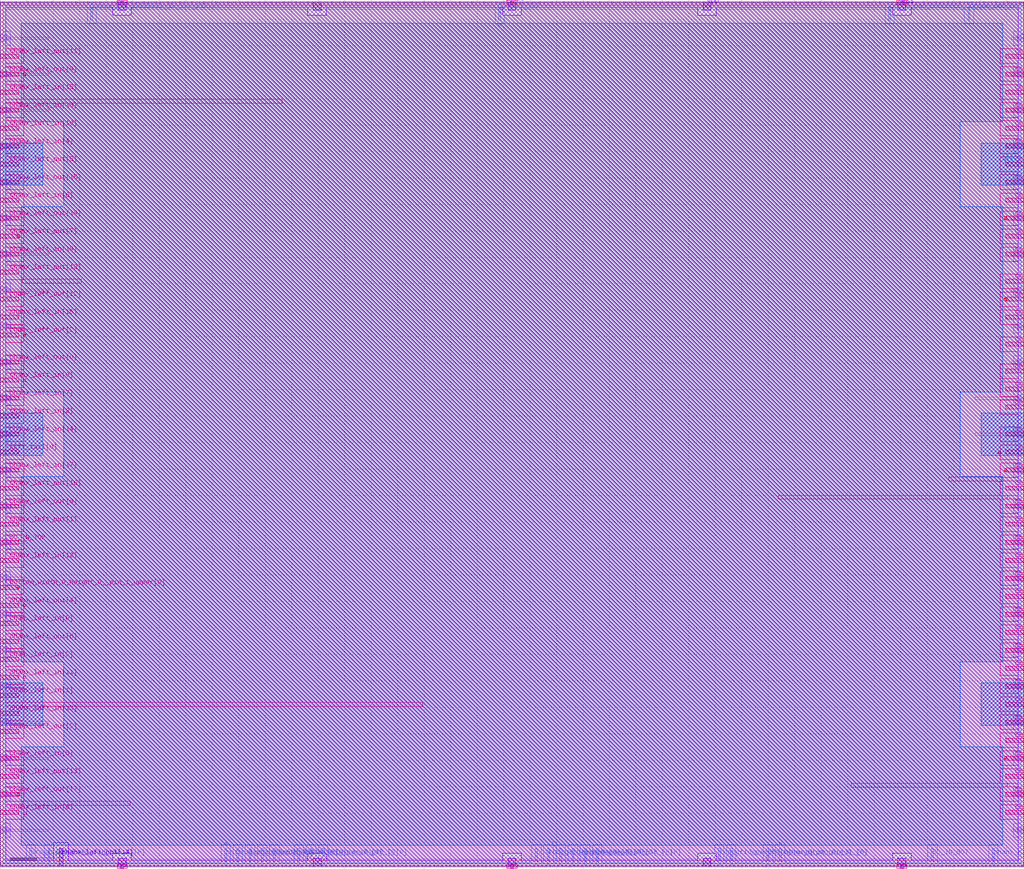
<source format=lef>
VERSION 5.7 ;
BUSBITCHARS "[]" ;

UNITS
  DATABASE MICRONS 1000 ;
END UNITS

MANUFACTURINGGRID 0.005 ;

LAYER li1
  TYPE ROUTING ;
  DIRECTION VERTICAL ;
  PITCH 0.46 ;
  WIDTH 0.17 ;
END li1

LAYER mcon
  TYPE CUT ;
END mcon

LAYER met1
  TYPE ROUTING ;
  DIRECTION HORIZONTAL ;
  PITCH 0.34 ;
  WIDTH 0.14 ;
END met1

LAYER via
  TYPE CUT ;
END via

LAYER met2
  TYPE ROUTING ;
  DIRECTION VERTICAL ;
  PITCH 0.46 ;
  WIDTH 0.14 ;
END met2

LAYER via2
  TYPE CUT ;
END via2

LAYER met3
  TYPE ROUTING ;
  DIRECTION HORIZONTAL ;
  PITCH 0.68 ;
  WIDTH 0.3 ;
END met3

LAYER via3
  TYPE CUT ;
END via3

LAYER met4
  TYPE ROUTING ;
  DIRECTION VERTICAL ;
  PITCH 0.92 ;
  WIDTH 0.3 ;
END met4

LAYER via4
  TYPE CUT ;
END via4

LAYER met5
  TYPE ROUTING ;
  DIRECTION HORIZONTAL ;
  PITCH 3.4 ;
  WIDTH 1.6 ;
END met5

LAYER nwell
  TYPE MASTERSLICE ;
END nwell

LAYER pwell
  TYPE MASTERSLICE ;
END pwell

LAYER OVERLAP
  TYPE OVERLAP ;
END OVERLAP

VIA L1M1_PR
  LAYER li1 ;
    RECT -0.085 -0.085 0.085 0.085 ;
  LAYER mcon ;
    RECT -0.085 -0.085 0.085 0.085 ;
  LAYER met1 ;
    RECT -0.145 -0.115 0.145 0.115 ;
END L1M1_PR

VIA L1M1_PR_R
  LAYER li1 ;
    RECT -0.085 -0.085 0.085 0.085 ;
  LAYER mcon ;
    RECT -0.085 -0.085 0.085 0.085 ;
  LAYER met1 ;
    RECT -0.115 -0.145 0.115 0.145 ;
END L1M1_PR_R

VIA L1M1_PR_M
  LAYER li1 ;
    RECT -0.085 -0.085 0.085 0.085 ;
  LAYER mcon ;
    RECT -0.085 -0.085 0.085 0.085 ;
  LAYER met1 ;
    RECT -0.115 -0.145 0.115 0.145 ;
END L1M1_PR_M

VIA L1M1_PR_MR
  LAYER li1 ;
    RECT -0.085 -0.085 0.085 0.085 ;
  LAYER mcon ;
    RECT -0.085 -0.085 0.085 0.085 ;
  LAYER met1 ;
    RECT -0.145 -0.115 0.145 0.115 ;
END L1M1_PR_MR

VIA L1M1_PR_C
  LAYER li1 ;
    RECT -0.085 -0.085 0.085 0.085 ;
  LAYER mcon ;
    RECT -0.085 -0.085 0.085 0.085 ;
  LAYER met1 ;
    RECT -0.145 -0.145 0.145 0.145 ;
END L1M1_PR_C

VIA M1M2_PR
  LAYER met1 ;
    RECT -0.16 -0.13 0.16 0.13 ;
  LAYER via ;
    RECT -0.075 -0.075 0.075 0.075 ;
  LAYER met2 ;
    RECT -0.13 -0.16 0.13 0.16 ;
END M1M2_PR

VIA M1M2_PR_Enc
  LAYER met1 ;
    RECT -0.16 -0.13 0.16 0.13 ;
  LAYER via ;
    RECT -0.075 -0.075 0.075 0.075 ;
  LAYER met2 ;
    RECT -0.16 -0.13 0.16 0.13 ;
END M1M2_PR_Enc

VIA M1M2_PR_R
  LAYER met1 ;
    RECT -0.13 -0.16 0.13 0.16 ;
  LAYER via ;
    RECT -0.075 -0.075 0.075 0.075 ;
  LAYER met2 ;
    RECT -0.16 -0.13 0.16 0.13 ;
END M1M2_PR_R

VIA M1M2_PR_R_Enc
  LAYER met1 ;
    RECT -0.13 -0.16 0.13 0.16 ;
  LAYER via ;
    RECT -0.075 -0.075 0.075 0.075 ;
  LAYER met2 ;
    RECT -0.13 -0.16 0.13 0.16 ;
END M1M2_PR_R_Enc

VIA M1M2_PR_M
  LAYER met1 ;
    RECT -0.16 -0.13 0.16 0.13 ;
  LAYER via ;
    RECT -0.075 -0.075 0.075 0.075 ;
  LAYER met2 ;
    RECT -0.16 -0.13 0.16 0.13 ;
END M1M2_PR_M

VIA M1M2_PR_M_Enc
  LAYER met1 ;
    RECT -0.16 -0.13 0.16 0.13 ;
  LAYER via ;
    RECT -0.075 -0.075 0.075 0.075 ;
  LAYER met2 ;
    RECT -0.13 -0.16 0.13 0.16 ;
END M1M2_PR_M_Enc

VIA M1M2_PR_MR
  LAYER met1 ;
    RECT -0.13 -0.16 0.13 0.16 ;
  LAYER via ;
    RECT -0.075 -0.075 0.075 0.075 ;
  LAYER met2 ;
    RECT -0.13 -0.16 0.13 0.16 ;
END M1M2_PR_MR

VIA M1M2_PR_MR_Enc
  LAYER met1 ;
    RECT -0.13 -0.16 0.13 0.16 ;
  LAYER via ;
    RECT -0.075 -0.075 0.075 0.075 ;
  LAYER met2 ;
    RECT -0.16 -0.13 0.16 0.13 ;
END M1M2_PR_MR_Enc

VIA M1M2_PR_C
  LAYER met1 ;
    RECT -0.16 -0.16 0.16 0.16 ;
  LAYER via ;
    RECT -0.075 -0.075 0.075 0.075 ;
  LAYER met2 ;
    RECT -0.16 -0.16 0.16 0.16 ;
END M1M2_PR_C

VIA M2M3_PR
  LAYER met2 ;
    RECT -0.14 -0.185 0.14 0.185 ;
  LAYER via2 ;
    RECT -0.1 -0.1 0.1 0.1 ;
  LAYER met3 ;
    RECT -0.165 -0.165 0.165 0.165 ;
END M2M3_PR

VIA M2M3_PR_R
  LAYER met2 ;
    RECT -0.185 -0.14 0.185 0.14 ;
  LAYER via2 ;
    RECT -0.1 -0.1 0.1 0.1 ;
  LAYER met3 ;
    RECT -0.165 -0.165 0.165 0.165 ;
END M2M3_PR_R

VIA M2M3_PR_M
  LAYER met2 ;
    RECT -0.14 -0.185 0.14 0.185 ;
  LAYER via2 ;
    RECT -0.1 -0.1 0.1 0.1 ;
  LAYER met3 ;
    RECT -0.165 -0.165 0.165 0.165 ;
END M2M3_PR_M

VIA M2M3_PR_MR
  LAYER met2 ;
    RECT -0.185 -0.14 0.185 0.14 ;
  LAYER via2 ;
    RECT -0.1 -0.1 0.1 0.1 ;
  LAYER met3 ;
    RECT -0.165 -0.165 0.165 0.165 ;
END M2M3_PR_MR

VIA M2M3_PR_C
  LAYER met2 ;
    RECT -0.185 -0.185 0.185 0.185 ;
  LAYER via2 ;
    RECT -0.1 -0.1 0.1 0.1 ;
  LAYER met3 ;
    RECT -0.165 -0.165 0.165 0.165 ;
END M2M3_PR_C

VIA M3M4_PR
  LAYER met3 ;
    RECT -0.19 -0.16 0.19 0.16 ;
  LAYER via3 ;
    RECT -0.1 -0.1 0.1 0.1 ;
  LAYER met4 ;
    RECT -0.165 -0.165 0.165 0.165 ;
END M3M4_PR

VIA M3M4_PR_R
  LAYER met3 ;
    RECT -0.16 -0.19 0.16 0.19 ;
  LAYER via3 ;
    RECT -0.1 -0.1 0.1 0.1 ;
  LAYER met4 ;
    RECT -0.165 -0.165 0.165 0.165 ;
END M3M4_PR_R

VIA M3M4_PR_M
  LAYER met3 ;
    RECT -0.19 -0.16 0.19 0.16 ;
  LAYER via3 ;
    RECT -0.1 -0.1 0.1 0.1 ;
  LAYER met4 ;
    RECT -0.165 -0.165 0.165 0.165 ;
END M3M4_PR_M

VIA M3M4_PR_MR
  LAYER met3 ;
    RECT -0.16 -0.19 0.16 0.19 ;
  LAYER via3 ;
    RECT -0.1 -0.1 0.1 0.1 ;
  LAYER met4 ;
    RECT -0.165 -0.165 0.165 0.165 ;
END M3M4_PR_MR

VIA M3M4_PR_C
  LAYER met3 ;
    RECT -0.19 -0.19 0.19 0.19 ;
  LAYER via3 ;
    RECT -0.1 -0.1 0.1 0.1 ;
  LAYER met4 ;
    RECT -0.165 -0.165 0.165 0.165 ;
END M3M4_PR_C

VIA M4M5_PR
  LAYER met4 ;
    RECT -0.59 -0.59 0.59 0.59 ;
  LAYER via4 ;
    RECT -0.4 -0.4 0.4 0.4 ;
  LAYER met5 ;
    RECT -0.71 -0.71 0.71 0.71 ;
END M4M5_PR

VIA M4M5_PR_R
  LAYER met4 ;
    RECT -0.59 -0.59 0.59 0.59 ;
  LAYER via4 ;
    RECT -0.4 -0.4 0.4 0.4 ;
  LAYER met5 ;
    RECT -0.71 -0.71 0.71 0.71 ;
END M4M5_PR_R

VIA M4M5_PR_M
  LAYER met4 ;
    RECT -0.59 -0.59 0.59 0.59 ;
  LAYER via4 ;
    RECT -0.4 -0.4 0.4 0.4 ;
  LAYER met5 ;
    RECT -0.71 -0.71 0.71 0.71 ;
END M4M5_PR_M

VIA M4M5_PR_MR
  LAYER met4 ;
    RECT -0.59 -0.59 0.59 0.59 ;
  LAYER via4 ;
    RECT -0.4 -0.4 0.4 0.4 ;
  LAYER met5 ;
    RECT -0.71 -0.71 0.71 0.71 ;
END M4M5_PR_MR

VIA M4M5_PR_C
  LAYER met4 ;
    RECT -0.59 -0.59 0.59 0.59 ;
  LAYER via4 ;
    RECT -0.4 -0.4 0.4 0.4 ;
  LAYER met5 ;
    RECT -0.71 -0.71 0.71 0.71 ;
END M4M5_PR_C

SITE unit
  CLASS CORE ;
  SYMMETRY Y ;
  SIZE 0.46 BY 2.72 ;
END unit

SITE unithddbl
  CLASS CORE ;
  SIZE 0.46 BY 5.44 ;
END unithddbl

MACRO cbx_1__2_
  CLASS BLOCK ;
  ORIGIN 0 0 ;
  SIZE 77.28 BY 65.28 ;
  SYMMETRY X Y ;
  PIN prog_clk[0]
    DIRECTION INPUT ;
    USE CLOCK ;
    PORT
      LAYER met2 ;
        RECT 2.23 0 2.37 1.36 ;
    END
  END prog_clk[0]
  PIN chanx_left_in[0]
    DIRECTION INPUT ;
    USE SIGNAL ;
    PORT
      LAYER met3 ;
        RECT 0 36.57 1.38 36.87 ;
    END
  END chanx_left_in[0]
  PIN chanx_left_in[1]
    DIRECTION INPUT ;
    USE SIGNAL ;
    PORT
      LAYER met3 ;
        RECT 0 12.77 1.38 13.07 ;
    END
  END chanx_left_in[1]
  PIN chanx_left_in[2]
    DIRECTION INPUT ;
    USE SIGNAL ;
    PORT
      LAYER met3 ;
        RECT 0 33.85 1.38 34.15 ;
    END
  END chanx_left_in[2]
  PIN chanx_left_in[3]
    DIRECTION INPUT ;
    USE SIGNAL ;
    PORT
      LAYER met3 ;
        RECT 0 15.49 1.38 15.79 ;
    END
  END chanx_left_in[3]
  PIN chanx_left_in[4]
    DIRECTION INPUT ;
    USE SIGNAL ;
    PORT
      LAYER met3 ;
        RECT 0 54.25 1.38 54.55 ;
    END
  END chanx_left_in[4]
  PIN chanx_left_in[5]
    DIRECTION INPUT ;
    USE SIGNAL ;
    PORT
      LAYER met3 ;
        RECT 0 8.01 1.38 8.31 ;
    END
  END chanx_left_in[5]
  PIN chanx_left_in[6]
    DIRECTION INPUT ;
    USE SIGNAL ;
    PORT
      LAYER met3 ;
        RECT 0 50.17 1.38 50.47 ;
    END
  END chanx_left_in[6]
  PIN chanx_left_in[7]
    DIRECTION INPUT ;
    USE SIGNAL ;
    PORT
      LAYER met3 ;
        RECT 0 35.21 1.38 35.51 ;
    END
  END chanx_left_in[7]
  PIN chanx_left_in[8]
    DIRECTION INPUT ;
    USE SIGNAL ;
    PORT
      LAYER met3 ;
        RECT 0 18.21 1.38 18.51 ;
    END
  END chanx_left_in[8]
  PIN chanx_left_in[9]
    DIRECTION INPUT ;
    USE SIGNAL ;
    PORT
      LAYER met3 ;
        RECT 0 3.93 1.38 4.23 ;
    END
  END chanx_left_in[9]
  PIN chanx_left_in[10]
    DIRECTION INPUT ;
    USE SIGNAL ;
    PORT
      LAYER met3 ;
        RECT 0 55.61 1.38 55.91 ;
    END
  END chanx_left_in[10]
  PIN chanx_left_in[11]
    DIRECTION INPUT ;
    USE SIGNAL ;
    PORT
      LAYER met3 ;
        RECT 0 14.13 1.38 14.43 ;
    END
  END chanx_left_in[11]
  PIN chanx_left_in[12]
    DIRECTION INPUT ;
    USE SIGNAL ;
    PORT
      LAYER met3 ;
        RECT 0 22.97 1.38 23.27 ;
    END
  END chanx_left_in[12]
  PIN chanx_left_in[13]
    DIRECTION INPUT ;
    USE SIGNAL ;
    PORT
      LAYER met3 ;
        RECT 0 11.41 1.38 11.71 ;
    END
  END chanx_left_in[13]
  PIN chanx_left_in[14]
    DIRECTION INPUT ;
    USE SIGNAL ;
    PORT
      LAYER met3 ;
        RECT 0 32.49 1.38 32.79 ;
    END
  END chanx_left_in[14]
  PIN chanx_left_in[15]
    DIRECTION INPUT ;
    USE SIGNAL ;
    PORT
      LAYER met3 ;
        RECT 0 58.33 1.38 58.63 ;
    END
  END chanx_left_in[15]
  PIN chanx_left_in[16]
    DIRECTION INPUT ;
    USE SIGNAL ;
    PORT
      LAYER met3 ;
        RECT 0 41.33 1.38 41.63 ;
    END
  END chanx_left_in[16]
  PIN chanx_left_in[17]
    DIRECTION INPUT ;
    USE SIGNAL ;
    PORT
      LAYER met3 ;
        RECT 0 29.77 1.38 30.07 ;
    END
  END chanx_left_in[17]
  PIN chanx_left_in[18]
    DIRECTION INPUT ;
    USE SIGNAL ;
    PORT
      LAYER met3 ;
        RECT 0 56.97 1.38 57.27 ;
    END
  END chanx_left_in[18]
  PIN chanx_left_in[19]
    DIRECTION INPUT ;
    USE SIGNAL ;
    PORT
      LAYER met3 ;
        RECT 0 46.09 1.38 46.39 ;
    END
  END chanx_left_in[19]
  PIN chanx_right_in[0]
    DIRECTION INPUT ;
    USE SIGNAL ;
    PORT
      LAYER met3 ;
        RECT 75.9 41.33 77.28 41.63 ;
    END
  END chanx_right_in[0]
  PIN chanx_right_in[1]
    DIRECTION INPUT ;
    USE SIGNAL ;
    PORT
      LAYER met3 ;
        RECT 75.9 50.17 77.28 50.47 ;
    END
  END chanx_right_in[1]
  PIN chanx_right_in[2]
    DIRECTION INPUT ;
    USE SIGNAL ;
    PORT
      LAYER met3 ;
        RECT 75.9 39.29 77.28 39.59 ;
    END
  END chanx_right_in[2]
  PIN chanx_right_in[3]
    DIRECTION INPUT ;
    USE SIGNAL ;
    PORT
      LAYER met3 ;
        RECT 75.9 31.13 77.28 31.43 ;
    END
  END chanx_right_in[3]
  PIN chanx_right_in[4]
    DIRECTION INPUT ;
    USE SIGNAL ;
    PORT
      LAYER met3 ;
        RECT 75.9 34.53 77.28 34.83 ;
    END
  END chanx_right_in[4]
  PIN chanx_right_in[5]
    DIRECTION INPUT ;
    USE SIGNAL ;
    PORT
      LAYER met3 ;
        RECT 75.9 12.09 77.28 12.39 ;
    END
  END chanx_right_in[5]
  PIN chanx_right_in[6]
    DIRECTION INPUT ;
    USE SIGNAL ;
    PORT
      LAYER met3 ;
        RECT 75.9 27.05 77.28 27.35 ;
    END
  END chanx_right_in[6]
  PIN chanx_right_in[7]
    DIRECTION INPUT ;
    USE SIGNAL ;
    PORT
      LAYER met3 ;
        RECT 75.9 14.81 77.28 15.11 ;
    END
  END chanx_right_in[7]
  PIN chanx_right_in[8]
    DIRECTION INPUT ;
    USE SIGNAL ;
    PORT
      LAYER met3 ;
        RECT 75.9 56.97 77.28 57.27 ;
    END
  END chanx_right_in[8]
  PIN chanx_right_in[9]
    DIRECTION INPUT ;
    USE SIGNAL ;
    PORT
      LAYER met2 ;
        RECT 74.91 0 75.05 1.36 ;
    END
  END chanx_right_in[9]
  PIN chanx_right_in[10]
    DIRECTION INPUT ;
    USE SIGNAL ;
    PORT
      LAYER met3 ;
        RECT 75.9 58.33 77.28 58.63 ;
    END
  END chanx_right_in[10]
  PIN chanx_right_in[11]
    DIRECTION INPUT ;
    USE SIGNAL ;
    PORT
      LAYER met3 ;
        RECT 75.9 18.89 77.28 19.19 ;
    END
  END chanx_right_in[11]
  PIN chanx_right_in[12]
    DIRECTION INPUT ;
    USE SIGNAL ;
    PORT
      LAYER met3 ;
        RECT 75.9 55.61 77.28 55.91 ;
    END
  END chanx_right_in[12]
  PIN chanx_right_in[13]
    DIRECTION INPUT ;
    USE SIGNAL ;
    PORT
      LAYER met3 ;
        RECT 75.9 37.25 77.28 37.55 ;
    END
  END chanx_right_in[13]
  PIN chanx_right_in[14]
    DIRECTION INPUT ;
    USE SIGNAL ;
    PORT
      LAYER met3 ;
        RECT 75.9 25.69 77.28 25.99 ;
    END
  END chanx_right_in[14]
  PIN chanx_right_in[15]
    DIRECTION INPUT ;
    USE SIGNAL ;
    PORT
      LAYER met3 ;
        RECT 75.9 32.49 77.28 32.79 ;
    END
  END chanx_right_in[15]
  PIN chanx_right_in[16]
    DIRECTION INPUT ;
    USE SIGNAL ;
    PORT
      LAYER met3 ;
        RECT 75.9 17.53 77.28 17.83 ;
    END
  END chanx_right_in[16]
  PIN chanx_right_in[17]
    DIRECTION INPUT ;
    USE SIGNAL ;
    PORT
      LAYER met3 ;
        RECT 75.9 16.17 77.28 16.47 ;
    END
  END chanx_right_in[17]
  PIN chanx_right_in[18]
    DIRECTION INPUT ;
    USE SIGNAL ;
    PORT
      LAYER met3 ;
        RECT 75.9 28.41 77.28 28.71 ;
    END
  END chanx_right_in[18]
  PIN chanx_right_in[19]
    DIRECTION INPUT ;
    USE SIGNAL ;
    PORT
      LAYER met3 ;
        RECT 75.9 22.97 77.28 23.27 ;
    END
  END chanx_right_in[19]
  PIN ccff_head[0]
    DIRECTION INPUT ;
    USE SIGNAL ;
    PORT
      LAYER met3 ;
        RECT 75.9 5.29 77.28 5.59 ;
    END
  END ccff_head[0]
  PIN chanx_left_out[0]
    DIRECTION OUTPUT ;
    USE SIGNAL ;
    PORT
      LAYER met3 ;
        RECT 0 37.93 1.38 38.23 ;
    END
  END chanx_left_out[0]
  PIN chanx_left_out[1]
    DIRECTION OUTPUT ;
    USE SIGNAL ;
    PORT
      LAYER met3 ;
        RECT 0 25.69 1.38 25.99 ;
    END
  END chanx_left_out[1]
  PIN chanx_left_out[2]
    DIRECTION OUTPUT ;
    USE SIGNAL ;
    PORT
      LAYER met3 ;
        RECT 0 39.97 1.38 40.27 ;
    END
  END chanx_left_out[2]
  PIN chanx_left_out[3]
    DIRECTION OUTPUT ;
    USE SIGNAL ;
    PORT
      LAYER met3 ;
        RECT 0 10.05 1.38 10.35 ;
    END
  END chanx_left_out[3]
  PIN chanx_left_out[4]
    DIRECTION OUTPUT ;
    USE SIGNAL ;
    PORT
      LAYER met3 ;
        RECT 0 19.57 1.38 19.87 ;
    END
  END chanx_left_out[4]
  PIN chanx_left_out[5]
    DIRECTION OUTPUT ;
    USE SIGNAL ;
    PORT
      LAYER met3 ;
        RECT 0 52.89 1.38 53.19 ;
    END
  END chanx_left_out[5]
  PIN chanx_left_out[6]
    DIRECTION OUTPUT ;
    USE SIGNAL ;
    PORT
      LAYER met3 ;
        RECT 0 16.85 1.38 17.15 ;
    END
  END chanx_left_out[6]
  PIN chanx_left_out[7]
    DIRECTION OUTPUT ;
    USE SIGNAL ;
    PORT
      LAYER met3 ;
        RECT 0 47.45 1.38 47.75 ;
    END
  END chanx_left_out[7]
  PIN chanx_left_out[8]
    DIRECTION OUTPUT ;
    USE SIGNAL ;
    PORT
      LAYER met3 ;
        RECT 0 27.05 1.38 27.35 ;
    END
  END chanx_left_out[8]
  PIN chanx_left_out[9]
    DIRECTION OUTPUT ;
    USE SIGNAL ;
    PORT
      LAYER met3 ;
        RECT 0 59.69 1.38 59.99 ;
    END
  END chanx_left_out[9]
  PIN chanx_left_out[10]
    DIRECTION OUTPUT ;
    USE SIGNAL ;
    PORT
      LAYER met2 ;
        RECT 3.61 0 3.75 1.36 ;
    END
  END chanx_left_out[10]
  PIN chanx_left_out[11]
    DIRECTION OUTPUT ;
    USE SIGNAL ;
    PORT
      LAYER met3 ;
        RECT 0 61.05 1.38 61.35 ;
    END
  END chanx_left_out[11]
  PIN chanx_left_out[12]
    DIRECTION OUTPUT ;
    USE SIGNAL ;
    PORT
      LAYER met3 ;
        RECT 0 42.69 1.38 42.99 ;
    END
  END chanx_left_out[12]
  PIN chanx_left_out[13]
    DIRECTION OUTPUT ;
    USE SIGNAL ;
    PORT
      LAYER met3 ;
        RECT 0 6.65 1.38 6.95 ;
    END
  END chanx_left_out[13]
  PIN chanx_left_out[14]
    DIRECTION OUTPUT ;
    USE SIGNAL ;
    PORT
      LAYER met4 ;
        RECT 4.45 0 4.75 1.36 ;
    END
  END chanx_left_out[14]
  PIN chanx_left_out[15]
    DIRECTION OUTPUT ;
    USE SIGNAL ;
    PORT
      LAYER met3 ;
        RECT 0 51.53 1.38 51.83 ;
    END
  END chanx_left_out[15]
  PIN chanx_left_out[16]
    DIRECTION OUTPUT ;
    USE SIGNAL ;
    PORT
      LAYER met3 ;
        RECT 0 28.41 1.38 28.71 ;
    END
  END chanx_left_out[16]
  PIN chanx_left_out[17]
    DIRECTION OUTPUT ;
    USE SIGNAL ;
    PORT
      LAYER met3 ;
        RECT 0 5.29 1.38 5.59 ;
    END
  END chanx_left_out[17]
  PIN chanx_left_out[18]
    DIRECTION OUTPUT ;
    USE SIGNAL ;
    PORT
      LAYER met3 ;
        RECT 0 44.73 1.38 45.03 ;
    END
  END chanx_left_out[18]
  PIN chanx_left_out[19]
    DIRECTION OUTPUT ;
    USE SIGNAL ;
    PORT
      LAYER met3 ;
        RECT 0 48.81 1.38 49.11 ;
    END
  END chanx_left_out[19]
  PIN chanx_right_out[0]
    DIRECTION OUTPUT ;
    USE SIGNAL ;
    PORT
      LAYER met3 ;
        RECT 75.9 10.73 77.28 11.03 ;
    END
  END chanx_right_out[0]
  PIN chanx_right_out[1]
    DIRECTION OUTPUT ;
    USE SIGNAL ;
    PORT
      LAYER met3 ;
        RECT 75.9 51.53 77.28 51.83 ;
    END
  END chanx_right_out[1]
  PIN chanx_right_out[2]
    DIRECTION OUTPUT ;
    USE SIGNAL ;
    PORT
      LAYER met3 ;
        RECT 75.9 54.25 77.28 54.55 ;
    END
  END chanx_right_out[2]
  PIN chanx_right_out[3]
    DIRECTION OUTPUT ;
    USE SIGNAL ;
    PORT
      LAYER met3 ;
        RECT 75.9 52.89 77.28 53.19 ;
    END
  END chanx_right_out[3]
  PIN chanx_right_out[4]
    DIRECTION OUTPUT ;
    USE SIGNAL ;
    PORT
      LAYER met3 ;
        RECT 75.9 21.61 77.28 21.91 ;
    END
  END chanx_right_out[4]
  PIN chanx_right_out[5]
    DIRECTION OUTPUT ;
    USE SIGNAL ;
    PORT
      LAYER met3 ;
        RECT 75.9 6.65 77.28 6.95 ;
    END
  END chanx_right_out[5]
  PIN chanx_right_out[6]
    DIRECTION OUTPUT ;
    USE SIGNAL ;
    PORT
      LAYER met3 ;
        RECT 75.9 48.81 77.28 49.11 ;
    END
  END chanx_right_out[6]
  PIN chanx_right_out[7]
    DIRECTION OUTPUT ;
    USE SIGNAL ;
    PORT
      LAYER met3 ;
        RECT 75.9 9.37 77.28 9.67 ;
    END
  END chanx_right_out[7]
  PIN chanx_right_out[8]
    DIRECTION OUTPUT ;
    USE SIGNAL ;
    PORT
      LAYER met3 ;
        RECT 75.9 29.77 77.28 30.07 ;
    END
  END chanx_right_out[8]
  PIN chanx_right_out[9]
    DIRECTION OUTPUT ;
    USE SIGNAL ;
    PORT
      LAYER met3 ;
        RECT 75.9 44.05 77.28 44.35 ;
    END
  END chanx_right_out[9]
  PIN chanx_right_out[10]
    DIRECTION OUTPUT ;
    USE SIGNAL ;
    PORT
      LAYER met3 ;
        RECT 75.9 47.45 77.28 47.75 ;
    END
  END chanx_right_out[10]
  PIN chanx_right_out[11]
    DIRECTION OUTPUT ;
    USE SIGNAL ;
    PORT
      LAYER met3 ;
        RECT 75.9 20.25 77.28 20.55 ;
    END
  END chanx_right_out[11]
  PIN chanx_right_out[12]
    DIRECTION OUTPUT ;
    USE SIGNAL ;
    PORT
      LAYER met3 ;
        RECT 75.9 13.45 77.28 13.75 ;
    END
  END chanx_right_out[12]
  PIN chanx_right_out[13]
    DIRECTION OUTPUT ;
    USE SIGNAL ;
    PORT
      LAYER met3 ;
        RECT 75.9 3.93 77.28 4.23 ;
    END
  END chanx_right_out[13]
  PIN chanx_right_out[14]
    DIRECTION OUTPUT ;
    USE SIGNAL ;
    PORT
      LAYER met3 ;
        RECT 75.9 61.05 77.28 61.35 ;
    END
  END chanx_right_out[14]
  PIN chanx_right_out[15]
    DIRECTION OUTPUT ;
    USE SIGNAL ;
    PORT
      LAYER met3 ;
        RECT 75.9 59.69 77.28 59.99 ;
    END
  END chanx_right_out[15]
  PIN chanx_right_out[16]
    DIRECTION OUTPUT ;
    USE SIGNAL ;
    PORT
      LAYER met3 ;
        RECT 75.9 42.69 77.28 42.99 ;
    END
  END chanx_right_out[16]
  PIN chanx_right_out[17]
    DIRECTION OUTPUT ;
    USE SIGNAL ;
    PORT
      LAYER met3 ;
        RECT 75.9 35.89 77.28 36.19 ;
    END
  END chanx_right_out[17]
  PIN chanx_right_out[18]
    DIRECTION OUTPUT ;
    USE SIGNAL ;
    PORT
      LAYER met3 ;
        RECT 75.9 24.33 77.28 24.63 ;
    END
  END chanx_right_out[18]
  PIN chanx_right_out[19]
    DIRECTION OUTPUT ;
    USE SIGNAL ;
    PORT
      LAYER met3 ;
        RECT 75.9 8.01 77.28 8.31 ;
    END
  END chanx_right_out[19]
  PIN top_grid_pin_0_[0]
    DIRECTION OUTPUT ;
    USE SIGNAL ;
    PORT
      LAYER met2 ;
        RECT 54.21 0 54.35 1.36 ;
    END
  END top_grid_pin_0_[0]
  PIN bottom_grid_pin_0_[0]
    DIRECTION OUTPUT ;
    USE SIGNAL ;
    PORT
      LAYER met2 ;
        RECT 45.01 0 45.15 1.36 ;
    END
  END bottom_grid_pin_0_[0]
  PIN bottom_grid_pin_1_[0]
    DIRECTION OUTPUT ;
    USE SIGNAL ;
    PORT
      LAYER met2 ;
        RECT 19.71 0 19.85 1.36 ;
    END
  END bottom_grid_pin_1_[0]
  PIN bottom_grid_pin_2_[0]
    DIRECTION OUTPUT ;
    USE SIGNAL ;
    PORT
      LAYER met2 ;
        RECT 4.53 0 4.67 1.36 ;
    END
  END bottom_grid_pin_2_[0]
  PIN bottom_grid_pin_3_[0]
    DIRECTION OUTPUT ;
    USE SIGNAL ;
    PORT
      LAYER met2 ;
        RECT 22.47 0 22.61 1.36 ;
    END
  END bottom_grid_pin_3_[0]
  PIN bottom_grid_pin_4_[0]
    DIRECTION OUTPUT ;
    USE SIGNAL ;
    PORT
      LAYER met2 ;
        RECT 41.33 0 41.47 1.36 ;
    END
  END bottom_grid_pin_4_[0]
  PIN bottom_grid_pin_5_[0]
    DIRECTION OUTPUT ;
    USE SIGNAL ;
    PORT
      LAYER met2 ;
        RECT 42.25 0 42.39 1.36 ;
    END
  END bottom_grid_pin_5_[0]
  PIN bottom_grid_pin_6_[0]
    DIRECTION OUTPUT ;
    USE SIGNAL ;
    PORT
      LAYER met2 ;
        RECT 40.41 0 40.55 1.36 ;
    END
  END bottom_grid_pin_6_[0]
  PIN bottom_grid_pin_7_[0]
    DIRECTION OUTPUT ;
    USE SIGNAL ;
    PORT
      LAYER met2 ;
        RECT 24.31 0 24.45 1.36 ;
    END
  END bottom_grid_pin_7_[0]
  PIN bottom_grid_pin_8_[0]
    DIRECTION OUTPUT ;
    USE SIGNAL ;
    PORT
      LAYER met2 ;
        RECT 43.17 0 43.31 1.36 ;
    END
  END bottom_grid_pin_8_[0]
  PIN bottom_grid_pin_9_[0]
    DIRECTION OUTPUT ;
    USE SIGNAL ;
    PORT
      LAYER met2 ;
        RECT 57.89 0 58.03 1.36 ;
    END
  END bottom_grid_pin_9_[0]
  PIN bottom_grid_pin_10_[0]
    DIRECTION OUTPUT ;
    USE SIGNAL ;
    PORT
      LAYER met2 ;
        RECT 44.09 0 44.23 1.36 ;
    END
  END bottom_grid_pin_10_[0]
  PIN bottom_grid_pin_11_[0]
    DIRECTION OUTPUT ;
    USE SIGNAL ;
    PORT
      LAYER met2 ;
        RECT 58.81 0 58.95 1.36 ;
    END
  END bottom_grid_pin_11_[0]
  PIN bottom_grid_pin_12_[0]
    DIRECTION OUTPUT ;
    USE SIGNAL ;
    PORT
      LAYER met2 ;
        RECT 23.39 0 23.53 1.36 ;
    END
  END bottom_grid_pin_12_[0]
  PIN bottom_grid_pin_13_[0]
    DIRECTION OUTPUT ;
    USE SIGNAL ;
    PORT
      LAYER met2 ;
        RECT 17.87 0 18.01 1.36 ;
    END
  END bottom_grid_pin_13_[0]
  PIN bottom_grid_pin_14_[0]
    DIRECTION OUTPUT ;
    USE SIGNAL ;
    PORT
      LAYER met2 ;
        RECT 18.79 0 18.93 1.36 ;
    END
  END bottom_grid_pin_14_[0]
  PIN bottom_grid_pin_15_[0]
    DIRECTION OUTPUT ;
    USE SIGNAL ;
    PORT
      LAYER met2 ;
        RECT 16.95 0 17.09 1.36 ;
    END
  END bottom_grid_pin_15_[0]
  PIN ccff_tail[0]
    DIRECTION OUTPUT ;
    USE SIGNAL ;
    PORT
      LAYER met3 ;
        RECT 0 31.13 1.38 31.43 ;
    END
  END ccff_tail[0]
  PIN gfpga_pad_EMBEDDED_IO_SOC_IN[0]
    DIRECTION INPUT ;
    USE SIGNAL ;
    PORT
      LAYER met2 ;
        RECT 73.07 63.92 73.21 65.28 ;
    END
  END gfpga_pad_EMBEDDED_IO_SOC_IN[0]
  PIN gfpga_pad_EMBEDDED_IO_SOC_OUT[0]
    DIRECTION OUTPUT ;
    USE SIGNAL ;
    PORT
      LAYER met2 ;
        RECT 67.09 63.92 67.23 65.28 ;
    END
  END gfpga_pad_EMBEDDED_IO_SOC_OUT[0]
  PIN gfpga_pad_EMBEDDED_IO_SOC_DIR[0]
    DIRECTION OUTPUT ;
    USE SIGNAL ;
    PORT
      LAYER met2 ;
        RECT 6.83 63.92 6.97 65.28 ;
    END
  END gfpga_pad_EMBEDDED_IO_SOC_DIR[0]
  PIN bottom_width_0_height_0__pin_0_[0]
    DIRECTION INPUT ;
    USE SIGNAL ;
    PORT
      LAYER met2 ;
        RECT 55.13 0 55.27 1.36 ;
    END
  END bottom_width_0_height_0__pin_0_[0]
  PIN bottom_width_0_height_0__pin_1_upper[0]
    DIRECTION OUTPUT ;
    USE SIGNAL ;
    PORT
      LAYER met3 ;
        RECT 0 20.93 1.38 21.23 ;
    END
  END bottom_width_0_height_0__pin_1_upper[0]
  PIN bottom_width_0_height_0__pin_1_lower[0]
    DIRECTION OUTPUT ;
    USE SIGNAL ;
    PORT
      LAYER met3 ;
        RECT 75.9 46.09 77.28 46.39 ;
    END
  END bottom_width_0_height_0__pin_1_lower[0]
  PIN SC_IN_TOP
    DIRECTION INPUT ;
    USE SIGNAL ;
    PORT
      LAYER met3 ;
        RECT 0 24.33 1.38 24.63 ;
    END
  END SC_IN_TOP
  PIN SC_IN_BOT
    DIRECTION INPUT ;
    USE SIGNAL ;
    PORT
      LAYER met2 ;
        RECT 70.31 0 70.45 1.36 ;
    END
  END SC_IN_BOT
  PIN SC_OUT_TOP
    DIRECTION OUTPUT ;
    USE SIGNAL ;
    PORT
      LAYER met2 ;
        RECT 37.65 63.92 37.79 65.28 ;
    END
  END SC_OUT_TOP
  PIN SC_OUT_BOT
    DIRECTION OUTPUT ;
    USE SIGNAL ;
    PORT
      LAYER met2 ;
        RECT 20.63 0 20.77 1.36 ;
    END
  END SC_OUT_BOT
  PIN VDD
    DIRECTION INPUT ;
    USE POWER ;
    PORT
      LAYER met4 ;
        RECT 23.62 0 24.22 0.6 ;
        RECT 53.06 0 53.66 0.6 ;
        RECT 23.62 64.68 24.22 65.28 ;
        RECT 53.06 64.68 53.66 65.28 ;
      LAYER met5 ;
        RECT 0 10.64 3.2 13.84 ;
        RECT 74.08 10.64 77.28 13.84 ;
        RECT 0 51.44 3.2 54.64 ;
        RECT 74.08 51.44 77.28 54.64 ;
      LAYER met1 ;
        RECT 0 2.48 0.48 2.96 ;
        RECT 76.8 2.48 77.28 2.96 ;
        RECT 0 7.92 0.48 8.4 ;
        RECT 76.8 7.92 77.28 8.4 ;
        RECT 0 13.36 0.48 13.84 ;
        RECT 76.8 13.36 77.28 13.84 ;
        RECT 0 18.8 0.48 19.28 ;
        RECT 76.8 18.8 77.28 19.28 ;
        RECT 0 24.24 0.48 24.72 ;
        RECT 76.8 24.24 77.28 24.72 ;
        RECT 0 29.68 0.48 30.16 ;
        RECT 76.8 29.68 77.28 30.16 ;
        RECT 0 35.12 0.48 35.6 ;
        RECT 76.8 35.12 77.28 35.6 ;
        RECT 0 40.56 0.48 41.04 ;
        RECT 76.8 40.56 77.28 41.04 ;
        RECT 0 46 0.48 46.48 ;
        RECT 76.8 46 77.28 46.48 ;
        RECT 0 51.44 0.48 51.92 ;
        RECT 76.8 51.44 77.28 51.92 ;
        RECT 0 56.88 0.48 57.36 ;
        RECT 76.8 56.88 77.28 57.36 ;
        RECT 0 62.32 0.48 62.8 ;
        RECT 76.8 62.32 77.28 62.8 ;
    END
  END VDD
  PIN VSS
    DIRECTION INPUT ;
    USE GROUND ;
    PORT
      LAYER met4 ;
        RECT 8.9 0 9.5 0.6 ;
        RECT 38.34 0 38.94 0.6 ;
        RECT 67.78 0 68.38 0.6 ;
        RECT 8.9 64.68 9.5 65.28 ;
        RECT 38.34 64.68 38.94 65.28 ;
        RECT 67.78 64.68 68.38 65.28 ;
      LAYER met5 ;
        RECT 0 31.04 3.2 34.24 ;
        RECT 74.08 31.04 77.28 34.24 ;
      LAYER met1 ;
        RECT 0 0 77.28 0.24 ;
        RECT 0 5.2 0.48 5.68 ;
        RECT 76.8 5.2 77.28 5.68 ;
        RECT 0 10.64 0.48 11.12 ;
        RECT 76.8 10.64 77.28 11.12 ;
        RECT 0 16.08 0.48 16.56 ;
        RECT 76.8 16.08 77.28 16.56 ;
        RECT 0 21.52 0.48 22 ;
        RECT 76.8 21.52 77.28 22 ;
        RECT 0 26.96 0.48 27.44 ;
        RECT 76.8 26.96 77.28 27.44 ;
        RECT 0 32.4 0.48 32.88 ;
        RECT 76.8 32.4 77.28 32.88 ;
        RECT 0 37.84 0.48 38.32 ;
        RECT 76.8 37.84 77.28 38.32 ;
        RECT 0 43.28 0.48 43.76 ;
        RECT 76.8 43.28 77.28 43.76 ;
        RECT 0 48.72 0.48 49.2 ;
        RECT 76.8 48.72 77.28 49.2 ;
        RECT 0 54.16 0.48 54.64 ;
        RECT 76.8 54.16 77.28 54.64 ;
        RECT 0 59.6 0.48 60.08 ;
        RECT 76.8 59.6 77.28 60.08 ;
        RECT 0 65.04 77.28 65.28 ;
    END
  END VSS
  OBS
    LAYER li1 ;
      RECT 0 65.195 77.28 65.365 ;
      RECT 76.36 62.475 77.28 62.645 ;
      RECT 0 62.475 3.68 62.645 ;
      RECT 76.36 59.755 77.28 59.925 ;
      RECT 0 59.755 3.68 59.925 ;
      RECT 76.36 57.035 77.28 57.205 ;
      RECT 0 57.035 3.68 57.205 ;
      RECT 76.36 54.315 77.28 54.485 ;
      RECT 0 54.315 1.84 54.485 ;
      RECT 76.36 51.595 77.28 51.765 ;
      RECT 0 51.595 1.84 51.765 ;
      RECT 76.36 48.875 77.28 49.045 ;
      RECT 0 48.875 1.84 49.045 ;
      RECT 76.36 46.155 77.28 46.325 ;
      RECT 0 46.155 3.68 46.325 ;
      RECT 76.36 43.435 77.28 43.605 ;
      RECT 0 43.435 3.68 43.605 ;
      RECT 76.36 40.715 77.28 40.885 ;
      RECT 0 40.715 1.84 40.885 ;
      RECT 76.36 37.995 77.28 38.165 ;
      RECT 0 37.995 1.84 38.165 ;
      RECT 73.6 35.275 77.28 35.445 ;
      RECT 0 35.275 1.84 35.445 ;
      RECT 73.6 32.555 77.28 32.725 ;
      RECT 0 32.555 1.84 32.725 ;
      RECT 76.36 29.835 77.28 30.005 ;
      RECT 0 29.835 1.84 30.005 ;
      RECT 76.36 27.115 77.28 27.285 ;
      RECT 0 27.115 1.84 27.285 ;
      RECT 76.36 24.395 77.28 24.565 ;
      RECT 0 24.395 1.84 24.565 ;
      RECT 76.36 21.675 77.28 21.845 ;
      RECT 0 21.675 1.84 21.845 ;
      RECT 76.36 18.955 77.28 19.125 ;
      RECT 0 18.955 1.84 19.125 ;
      RECT 76.36 16.235 77.28 16.405 ;
      RECT 0 16.235 1.84 16.405 ;
      RECT 76.36 13.515 77.28 13.685 ;
      RECT 0 13.515 1.84 13.685 ;
      RECT 76.36 10.795 77.28 10.965 ;
      RECT 0 10.795 3.68 10.965 ;
      RECT 76.36 8.075 77.28 8.245 ;
      RECT 0 8.075 3.68 8.245 ;
      RECT 76.36 5.355 77.28 5.525 ;
      RECT 0 5.355 1.84 5.525 ;
      RECT 76.36 2.635 77.28 2.805 ;
      RECT 0 2.635 3.68 2.805 ;
      RECT 0 -0.085 77.28 0.085 ;
    LAYER met2 ;
      RECT 67.94 65.095 68.22 65.465 ;
      RECT 38.5 65.095 38.78 65.465 ;
      RECT 9.06 65.095 9.34 65.465 ;
      RECT 41.73 1.54 41.99 1.86 ;
      RECT 67.94 -0.185 68.22 0.185 ;
      RECT 38.5 -0.185 38.78 0.185 ;
      RECT 9.06 -0.185 9.34 0.185 ;
      POLYGON 77 65 77 0.28 75.33 0.28 75.33 1.64 74.63 1.64 74.63 0.28 70.73 0.28 70.73 1.64 70.03 1.64 70.03 0.28 59.23 0.28 59.23 1.64 58.53 1.64 58.53 0.28 58.31 0.28 58.31 1.64 57.61 1.64 57.61 0.28 55.55 0.28 55.55 1.64 54.85 1.64 54.85 0.28 54.63 0.28 54.63 1.64 53.93 1.64 53.93 0.28 45.43 0.28 45.43 1.64 44.73 1.64 44.73 0.28 44.51 0.28 44.51 1.64 43.81 1.64 43.81 0.28 43.59 0.28 43.59 1.64 42.89 1.64 42.89 0.28 42.67 0.28 42.67 1.64 41.97 1.64 41.97 0.28 41.75 0.28 41.75 1.64 41.05 1.64 41.05 0.28 40.83 0.28 40.83 1.64 40.13 1.64 40.13 0.28 24.73 0.28 24.73 1.64 24.03 1.64 24.03 0.28 23.81 0.28 23.81 1.64 23.11 1.64 23.11 0.28 22.89 0.28 22.89 1.64 22.19 1.64 22.19 0.28 21.05 0.28 21.05 1.64 20.35 1.64 20.35 0.28 20.13 0.28 20.13 1.64 19.43 1.64 19.43 0.28 19.21 0.28 19.21 1.64 18.51 1.64 18.51 0.28 18.29 0.28 18.29 1.64 17.59 1.64 17.59 0.28 17.37 0.28 17.37 1.64 16.67 1.64 16.67 0.28 4.95 0.28 4.95 1.64 4.25 1.64 4.25 0.28 4.03 0.28 4.03 1.64 3.33 1.64 3.33 0.28 2.65 0.28 2.65 1.64 1.95 1.64 1.95 0.28 0.28 0.28 0.28 65 6.55 65 6.55 63.64 7.25 63.64 7.25 65 37.37 65 37.37 63.64 38.07 63.64 38.07 65 66.81 65 66.81 63.64 67.51 63.64 67.51 65 72.79 65 72.79 63.64 73.49 63.64 73.49 65 ;
    LAYER met3 ;
      POLYGON 68.245 65.445 68.245 65.44 68.46 65.44 68.46 65.12 68.245 65.12 68.245 65.115 67.915 65.115 67.915 65.12 67.7 65.12 67.7 65.44 67.915 65.44 67.915 65.445 ;
      POLYGON 38.805 65.445 38.805 65.44 39.02 65.44 39.02 65.12 38.805 65.12 38.805 65.115 38.475 65.115 38.475 65.12 38.26 65.12 38.26 65.44 38.475 65.44 38.475 65.445 ;
      POLYGON 9.365 65.445 9.365 65.44 9.58 65.44 9.58 65.12 9.365 65.12 9.365 65.115 9.035 65.115 9.035 65.12 8.82 65.12 8.82 65.44 9.035 65.44 9.035 65.445 ;
      POLYGON 21.31 57.95 21.31 57.65 1.23 57.65 1.23 57.93 1.78 57.93 1.78 57.95 ;
      POLYGON 2.03 44.36 2.03 44.35 6.13 44.35 6.13 44.05 2.03 44.05 2.03 44.04 1.65 44.04 1.65 44.36 ;
      POLYGON 75.63 29.4 75.63 29.08 75.25 29.08 75.25 29.09 71.61 29.09 71.61 29.39 75.25 29.39 75.25 29.4 ;
      POLYGON 76.05 28.03 76.05 27.75 75.5 27.75 75.5 27.73 58.73 27.73 58.73 28.03 ;
      POLYGON 2.03 12.4 2.03 12.39 31.89 12.39 31.89 12.09 2.03 12.09 2.03 12.08 1.65 12.08 1.65 12.4 ;
      POLYGON 76.05 6.27 76.05 5.99 75.5 5.99 75.5 5.97 64.25 5.97 64.25 6.27 ;
      POLYGON 9.81 4.91 9.81 4.61 1.99 4.61 1.99 3.93 1.78 3.93 1.78 4.63 1.69 4.63 1.69 4.91 ;
      POLYGON 68.245 0.165 68.245 0.16 68.46 0.16 68.46 -0.16 68.245 -0.16 68.245 -0.165 67.915 -0.165 67.915 -0.16 67.7 -0.16 67.7 0.16 67.915 0.16 67.915 0.165 ;
      POLYGON 38.805 0.165 38.805 0.16 39.02 0.16 39.02 -0.16 38.805 -0.16 38.805 -0.165 38.475 -0.165 38.475 -0.16 38.26 -0.16 38.26 0.16 38.475 0.16 38.475 0.165 ;
      POLYGON 9.365 0.165 9.365 0.16 9.58 0.16 9.58 -0.16 9.365 -0.16 9.365 -0.165 9.035 -0.165 9.035 -0.16 8.82 -0.16 8.82 0.16 9.035 0.16 9.035 0.165 ;
      POLYGON 76.88 64.88 76.88 61.75 75.5 61.75 75.5 60.65 76.88 60.65 76.88 60.39 75.5 60.39 75.5 59.29 76.88 59.29 76.88 59.03 75.5 59.03 75.5 57.93 76.88 57.93 76.88 57.67 75.5 57.67 75.5 56.57 76.88 56.57 76.88 56.31 75.5 56.31 75.5 55.21 76.88 55.21 76.88 54.95 75.5 54.95 75.5 53.85 76.88 53.85 76.88 53.59 75.5 53.59 75.5 52.49 76.88 52.49 76.88 52.23 75.5 52.23 75.5 51.13 76.88 51.13 76.88 50.87 75.5 50.87 75.5 49.77 76.88 49.77 76.88 49.51 75.5 49.51 75.5 48.41 76.88 48.41 76.88 48.15 75.5 48.15 75.5 47.05 76.88 47.05 76.88 46.79 75.5 46.79 75.5 45.69 76.88 45.69 76.88 44.75 75.5 44.75 75.5 43.65 76.88 43.65 76.88 43.39 75.5 43.39 75.5 42.29 76.88 42.29 76.88 42.03 75.5 42.03 75.5 40.93 76.88 40.93 76.88 39.99 75.5 39.99 75.5 38.89 76.88 38.89 76.88 37.95 75.5 37.95 75.5 36.85 76.88 36.85 76.88 36.59 75.5 36.59 75.5 35.49 76.88 35.49 76.88 35.23 75.5 35.23 75.5 34.13 76.88 34.13 76.88 33.19 75.5 33.19 75.5 32.09 76.88 32.09 76.88 31.83 75.5 31.83 75.5 30.73 76.88 30.73 76.88 30.47 75.5 30.47 75.5 29.37 76.88 29.37 76.88 29.11 75.5 29.11 75.5 28.01 76.88 28.01 76.88 27.75 75.5 27.75 75.5 26.65 76.88 26.65 76.88 26.39 75.5 26.39 75.5 25.29 76.88 25.29 76.88 25.03 75.5 25.03 75.5 23.93 76.88 23.93 76.88 23.67 75.5 23.67 75.5 22.57 76.88 22.57 76.88 22.31 75.5 22.31 75.5 21.21 76.88 21.21 76.88 20.95 75.5 20.95 75.5 19.85 76.88 19.85 76.88 19.59 75.5 19.59 75.5 18.49 76.88 18.49 76.88 18.23 75.5 18.23 75.5 17.13 76.88 17.13 76.88 16.87 75.5 16.87 75.5 15.77 76.88 15.77 76.88 15.51 75.5 15.51 75.5 14.41 76.88 14.41 76.88 14.15 75.5 14.15 75.5 13.05 76.88 13.05 76.88 12.79 75.5 12.79 75.5 11.69 76.88 11.69 76.88 11.43 75.5 11.43 75.5 10.33 76.88 10.33 76.88 10.07 75.5 10.07 75.5 8.97 76.88 8.97 76.88 8.71 75.5 8.71 75.5 7.61 76.88 7.61 76.88 7.35 75.5 7.35 75.5 6.25 76.88 6.25 76.88 5.99 75.5 5.99 75.5 4.89 76.88 4.89 76.88 4.63 75.5 4.63 75.5 3.53 76.88 3.53 76.88 0.4 0.4 0.4 0.4 3.53 1.78 3.53 1.78 4.63 0.4 4.63 0.4 4.89 1.78 4.89 1.78 5.99 0.4 5.99 0.4 6.25 1.78 6.25 1.78 7.35 0.4 7.35 0.4 7.61 1.78 7.61 1.78 8.71 0.4 8.71 0.4 9.65 1.78 9.65 1.78 10.75 0.4 10.75 0.4 11.01 1.78 11.01 1.78 12.11 0.4 12.11 0.4 12.37 1.78 12.37 1.78 13.47 0.4 13.47 0.4 13.73 1.78 13.73 1.78 14.83 0.4 14.83 0.4 15.09 1.78 15.09 1.78 16.19 0.4 16.19 0.4 16.45 1.78 16.45 1.78 17.55 0.4 17.55 0.4 17.81 1.78 17.81 1.78 18.91 0.4 18.91 0.4 19.17 1.78 19.17 1.78 20.27 0.4 20.27 0.4 20.53 1.78 20.53 1.78 21.63 0.4 21.63 0.4 22.57 1.78 22.57 1.78 23.67 0.4 23.67 0.4 23.93 1.78 23.93 1.78 25.03 0.4 25.03 0.4 25.29 1.78 25.29 1.78 26.39 0.4 26.39 0.4 26.65 1.78 26.65 1.78 27.75 0.4 27.75 0.4 28.01 1.78 28.01 1.78 29.11 0.4 29.11 0.4 29.37 1.78 29.37 1.78 30.47 0.4 30.47 0.4 30.73 1.78 30.73 1.78 31.83 0.4 31.83 0.4 32.09 1.78 32.09 1.78 33.19 0.4 33.19 0.4 33.45 1.78 33.45 1.78 34.55 0.4 34.55 0.4 34.81 1.78 34.81 1.78 35.91 0.4 35.91 0.4 36.17 1.78 36.17 1.78 37.27 0.4 37.27 0.4 37.53 1.78 37.53 1.78 38.63 0.4 38.63 0.4 39.57 1.78 39.57 1.78 40.67 0.4 40.67 0.4 40.93 1.78 40.93 1.78 42.03 0.4 42.03 0.4 42.29 1.78 42.29 1.78 43.39 0.4 43.39 0.4 44.33 1.78 44.33 1.78 45.43 0.4 45.43 0.4 45.69 1.78 45.69 1.78 46.79 0.4 46.79 0.4 47.05 1.78 47.05 1.78 48.15 0.4 48.15 0.4 48.41 1.78 48.41 1.78 49.51 0.4 49.51 0.4 49.77 1.78 49.77 1.78 50.87 0.4 50.87 0.4 51.13 1.78 51.13 1.78 52.23 0.4 52.23 0.4 52.49 1.78 52.49 1.78 53.59 0.4 53.59 0.4 53.85 1.78 53.85 1.78 54.95 0.4 54.95 0.4 55.21 1.78 55.21 1.78 56.31 0.4 56.31 0.4 56.57 1.78 56.57 1.78 57.67 0.4 57.67 0.4 57.93 1.78 57.93 1.78 59.03 0.4 59.03 0.4 59.29 1.78 59.29 1.78 60.39 0.4 60.39 0.4 60.65 1.78 60.65 1.78 61.75 0.4 61.75 0.4 64.88 ;
    LAYER met4 ;
      POLYGON 76.88 64.88 76.88 0.4 68.78 0.4 68.78 1 67.38 1 67.38 0.4 54.06 0.4 54.06 1 52.66 1 52.66 0.4 39.34 0.4 39.34 1 37.94 1 37.94 0.4 24.62 0.4 24.62 1 23.22 1 23.22 0.4 9.9 0.4 9.9 1 8.5 1 8.5 0.4 5.15 0.4 5.15 1.76 4.05 1.76 4.05 0.4 0.4 0.4 0.4 64.88 8.5 64.88 8.5 64.28 9.9 64.28 9.9 64.88 23.22 64.88 23.22 64.28 24.62 64.28 24.62 64.88 37.94 64.88 37.94 64.28 39.34 64.28 39.34 64.88 52.66 64.88 52.66 64.28 54.06 64.28 54.06 64.88 67.38 64.88 67.38 64.28 68.78 64.28 68.78 64.88 ;
    LAYER met1 ;
      POLYGON 77 64.76 77 63.08 76.52 63.08 76.52 62.04 77 62.04 77 60.36 76.52 60.36 76.52 59.32 77 59.32 77 57.64 76.52 57.64 76.52 56.6 77 56.6 77 54.92 76.52 54.92 76.52 53.88 77 53.88 77 52.2 76.52 52.2 76.52 51.16 77 51.16 77 49.48 76.52 49.48 76.52 48.44 77 48.44 77 46.76 76.52 46.76 76.52 45.72 77 45.72 77 44.04 76.52 44.04 76.52 43 77 43 77 41.32 76.52 41.32 76.52 40.28 77 40.28 77 38.6 76.52 38.6 76.52 37.56 77 37.56 77 35.88 76.52 35.88 76.52 34.84 77 34.84 77 33.16 76.52 33.16 76.52 32.12 77 32.12 77 30.44 76.52 30.44 76.52 29.4 77 29.4 77 27.72 76.52 27.72 76.52 26.68 77 26.68 77 25 76.52 25 76.52 23.96 77 23.96 77 22.28 76.52 22.28 76.52 21.24 77 21.24 77 19.56 76.52 19.56 76.52 18.52 77 18.52 77 16.84 76.52 16.84 76.52 15.8 77 15.8 77 14.12 76.52 14.12 76.52 13.08 77 13.08 77 11.4 76.52 11.4 76.52 10.36 77 10.36 77 8.68 76.52 8.68 76.52 7.64 77 7.64 77 5.96 76.52 5.96 76.52 4.92 77 4.92 77 3.24 76.52 3.24 76.52 2.2 77 2.2 77 0.52 0.28 0.52 0.28 2.2 0.76 2.2 0.76 3.24 0.28 3.24 0.28 4.92 0.76 4.92 0.76 5.96 0.28 5.96 0.28 7.64 0.76 7.64 0.76 8.68 0.28 8.68 0.28 10.36 0.76 10.36 0.76 11.4 0.28 11.4 0.28 13.08 0.76 13.08 0.76 14.12 0.28 14.12 0.28 15.8 0.76 15.8 0.76 16.84 0.28 16.84 0.28 18.52 0.76 18.52 0.76 19.56 0.28 19.56 0.28 21.24 0.76 21.24 0.76 22.28 0.28 22.28 0.28 23.96 0.76 23.96 0.76 25 0.28 25 0.28 26.68 0.76 26.68 0.76 27.72 0.28 27.72 0.28 29.4 0.76 29.4 0.76 30.44 0.28 30.44 0.28 32.12 0.76 32.12 0.76 33.16 0.28 33.16 0.28 34.84 0.76 34.84 0.76 35.88 0.28 35.88 0.28 37.56 0.76 37.56 0.76 38.6 0.28 38.6 0.28 40.28 0.76 40.28 0.76 41.32 0.28 41.32 0.28 43 0.76 43 0.76 44.04 0.28 44.04 0.28 45.72 0.76 45.72 0.76 46.76 0.28 46.76 0.28 48.44 0.76 48.44 0.76 49.48 0.28 49.48 0.28 51.16 0.76 51.16 0.76 52.2 0.28 52.2 0.28 53.88 0.76 53.88 0.76 54.92 0.28 54.92 0.28 56.6 0.76 56.6 0.76 57.64 0.28 57.64 0.28 59.32 0.76 59.32 0.76 60.36 0.28 60.36 0.28 62.04 0.76 62.04 0.76 63.08 0.28 63.08 0.28 64.76 ;
    LAYER met5 ;
      POLYGON 75.68 63.68 75.68 56.24 72.48 56.24 72.48 49.84 75.68 49.84 75.68 35.84 72.48 35.84 72.48 29.44 75.68 29.44 75.68 15.44 72.48 15.44 72.48 9.04 75.68 9.04 75.68 1.6 1.6 1.6 1.6 9.04 4.8 9.04 4.8 15.44 1.6 15.44 1.6 29.44 4.8 29.44 4.8 35.84 1.6 35.84 1.6 49.84 4.8 49.84 4.8 56.24 1.6 56.24 1.6 63.68 ;
    LAYER li1 ;
      RECT 0.17 0.17 77.11 65.11 ;
    LAYER mcon ;
      RECT 76.965 65.195 77.135 65.365 ;
      RECT 76.505 65.195 76.675 65.365 ;
      RECT 76.045 65.195 76.215 65.365 ;
      RECT 75.585 65.195 75.755 65.365 ;
      RECT 75.125 65.195 75.295 65.365 ;
      RECT 74.665 65.195 74.835 65.365 ;
      RECT 74.205 65.195 74.375 65.365 ;
      RECT 73.745 65.195 73.915 65.365 ;
      RECT 73.285 65.195 73.455 65.365 ;
      RECT 72.825 65.195 72.995 65.365 ;
      RECT 72.365 65.195 72.535 65.365 ;
      RECT 71.905 65.195 72.075 65.365 ;
      RECT 71.445 65.195 71.615 65.365 ;
      RECT 70.985 65.195 71.155 65.365 ;
      RECT 70.525 65.195 70.695 65.365 ;
      RECT 70.065 65.195 70.235 65.365 ;
      RECT 69.605 65.195 69.775 65.365 ;
      RECT 69.145 65.195 69.315 65.365 ;
      RECT 68.685 65.195 68.855 65.365 ;
      RECT 68.225 65.195 68.395 65.365 ;
      RECT 67.765 65.195 67.935 65.365 ;
      RECT 67.305 65.195 67.475 65.365 ;
      RECT 66.845 65.195 67.015 65.365 ;
      RECT 66.385 65.195 66.555 65.365 ;
      RECT 65.925 65.195 66.095 65.365 ;
      RECT 65.465 65.195 65.635 65.365 ;
      RECT 65.005 65.195 65.175 65.365 ;
      RECT 64.545 65.195 64.715 65.365 ;
      RECT 64.085 65.195 64.255 65.365 ;
      RECT 63.625 65.195 63.795 65.365 ;
      RECT 63.165 65.195 63.335 65.365 ;
      RECT 62.705 65.195 62.875 65.365 ;
      RECT 62.245 65.195 62.415 65.365 ;
      RECT 61.785 65.195 61.955 65.365 ;
      RECT 61.325 65.195 61.495 65.365 ;
      RECT 60.865 65.195 61.035 65.365 ;
      RECT 60.405 65.195 60.575 65.365 ;
      RECT 59.945 65.195 60.115 65.365 ;
      RECT 59.485 65.195 59.655 65.365 ;
      RECT 59.025 65.195 59.195 65.365 ;
      RECT 58.565 65.195 58.735 65.365 ;
      RECT 58.105 65.195 58.275 65.365 ;
      RECT 57.645 65.195 57.815 65.365 ;
      RECT 57.185 65.195 57.355 65.365 ;
      RECT 56.725 65.195 56.895 65.365 ;
      RECT 56.265 65.195 56.435 65.365 ;
      RECT 55.805 65.195 55.975 65.365 ;
      RECT 55.345 65.195 55.515 65.365 ;
      RECT 54.885 65.195 55.055 65.365 ;
      RECT 54.425 65.195 54.595 65.365 ;
      RECT 53.965 65.195 54.135 65.365 ;
      RECT 53.505 65.195 53.675 65.365 ;
      RECT 53.045 65.195 53.215 65.365 ;
      RECT 52.585 65.195 52.755 65.365 ;
      RECT 52.125 65.195 52.295 65.365 ;
      RECT 51.665 65.195 51.835 65.365 ;
      RECT 51.205 65.195 51.375 65.365 ;
      RECT 50.745 65.195 50.915 65.365 ;
      RECT 50.285 65.195 50.455 65.365 ;
      RECT 49.825 65.195 49.995 65.365 ;
      RECT 49.365 65.195 49.535 65.365 ;
      RECT 48.905 65.195 49.075 65.365 ;
      RECT 48.445 65.195 48.615 65.365 ;
      RECT 47.985 65.195 48.155 65.365 ;
      RECT 47.525 65.195 47.695 65.365 ;
      RECT 47.065 65.195 47.235 65.365 ;
      RECT 46.605 65.195 46.775 65.365 ;
      RECT 46.145 65.195 46.315 65.365 ;
      RECT 45.685 65.195 45.855 65.365 ;
      RECT 45.225 65.195 45.395 65.365 ;
      RECT 44.765 65.195 44.935 65.365 ;
      RECT 44.305 65.195 44.475 65.365 ;
      RECT 43.845 65.195 44.015 65.365 ;
      RECT 43.385 65.195 43.555 65.365 ;
      RECT 42.925 65.195 43.095 65.365 ;
      RECT 42.465 65.195 42.635 65.365 ;
      RECT 42.005 65.195 42.175 65.365 ;
      RECT 41.545 65.195 41.715 65.365 ;
      RECT 41.085 65.195 41.255 65.365 ;
      RECT 40.625 65.195 40.795 65.365 ;
      RECT 40.165 65.195 40.335 65.365 ;
      RECT 39.705 65.195 39.875 65.365 ;
      RECT 39.245 65.195 39.415 65.365 ;
      RECT 38.785 65.195 38.955 65.365 ;
      RECT 38.325 65.195 38.495 65.365 ;
      RECT 37.865 65.195 38.035 65.365 ;
      RECT 37.405 65.195 37.575 65.365 ;
      RECT 36.945 65.195 37.115 65.365 ;
      RECT 36.485 65.195 36.655 65.365 ;
      RECT 36.025 65.195 36.195 65.365 ;
      RECT 35.565 65.195 35.735 65.365 ;
      RECT 35.105 65.195 35.275 65.365 ;
      RECT 34.645 65.195 34.815 65.365 ;
      RECT 34.185 65.195 34.355 65.365 ;
      RECT 33.725 65.195 33.895 65.365 ;
      RECT 33.265 65.195 33.435 65.365 ;
      RECT 32.805 65.195 32.975 65.365 ;
      RECT 32.345 65.195 32.515 65.365 ;
      RECT 31.885 65.195 32.055 65.365 ;
      RECT 31.425 65.195 31.595 65.365 ;
      RECT 30.965 65.195 31.135 65.365 ;
      RECT 30.505 65.195 30.675 65.365 ;
      RECT 30.045 65.195 30.215 65.365 ;
      RECT 29.585 65.195 29.755 65.365 ;
      RECT 29.125 65.195 29.295 65.365 ;
      RECT 28.665 65.195 28.835 65.365 ;
      RECT 28.205 65.195 28.375 65.365 ;
      RECT 27.745 65.195 27.915 65.365 ;
      RECT 27.285 65.195 27.455 65.365 ;
      RECT 26.825 65.195 26.995 65.365 ;
      RECT 26.365 65.195 26.535 65.365 ;
      RECT 25.905 65.195 26.075 65.365 ;
      RECT 25.445 65.195 25.615 65.365 ;
      RECT 24.985 65.195 25.155 65.365 ;
      RECT 24.525 65.195 24.695 65.365 ;
      RECT 24.065 65.195 24.235 65.365 ;
      RECT 23.605 65.195 23.775 65.365 ;
      RECT 23.145 65.195 23.315 65.365 ;
      RECT 22.685 65.195 22.855 65.365 ;
      RECT 22.225 65.195 22.395 65.365 ;
      RECT 21.765 65.195 21.935 65.365 ;
      RECT 21.305 65.195 21.475 65.365 ;
      RECT 20.845 65.195 21.015 65.365 ;
      RECT 20.385 65.195 20.555 65.365 ;
      RECT 19.925 65.195 20.095 65.365 ;
      RECT 19.465 65.195 19.635 65.365 ;
      RECT 19.005 65.195 19.175 65.365 ;
      RECT 18.545 65.195 18.715 65.365 ;
      RECT 18.085 65.195 18.255 65.365 ;
      RECT 17.625 65.195 17.795 65.365 ;
      RECT 17.165 65.195 17.335 65.365 ;
      RECT 16.705 65.195 16.875 65.365 ;
      RECT 16.245 65.195 16.415 65.365 ;
      RECT 15.785 65.195 15.955 65.365 ;
      RECT 15.325 65.195 15.495 65.365 ;
      RECT 14.865 65.195 15.035 65.365 ;
      RECT 14.405 65.195 14.575 65.365 ;
      RECT 13.945 65.195 14.115 65.365 ;
      RECT 13.485 65.195 13.655 65.365 ;
      RECT 13.025 65.195 13.195 65.365 ;
      RECT 12.565 65.195 12.735 65.365 ;
      RECT 12.105 65.195 12.275 65.365 ;
      RECT 11.645 65.195 11.815 65.365 ;
      RECT 11.185 65.195 11.355 65.365 ;
      RECT 10.725 65.195 10.895 65.365 ;
      RECT 10.265 65.195 10.435 65.365 ;
      RECT 9.805 65.195 9.975 65.365 ;
      RECT 9.345 65.195 9.515 65.365 ;
      RECT 8.885 65.195 9.055 65.365 ;
      RECT 8.425 65.195 8.595 65.365 ;
      RECT 7.965 65.195 8.135 65.365 ;
      RECT 7.505 65.195 7.675 65.365 ;
      RECT 7.045 65.195 7.215 65.365 ;
      RECT 6.585 65.195 6.755 65.365 ;
      RECT 6.125 65.195 6.295 65.365 ;
      RECT 5.665 65.195 5.835 65.365 ;
      RECT 5.205 65.195 5.375 65.365 ;
      RECT 4.745 65.195 4.915 65.365 ;
      RECT 4.285 65.195 4.455 65.365 ;
      RECT 3.825 65.195 3.995 65.365 ;
      RECT 3.365 65.195 3.535 65.365 ;
      RECT 2.905 65.195 3.075 65.365 ;
      RECT 2.445 65.195 2.615 65.365 ;
      RECT 1.985 65.195 2.155 65.365 ;
      RECT 1.525 65.195 1.695 65.365 ;
      RECT 1.065 65.195 1.235 65.365 ;
      RECT 0.605 65.195 0.775 65.365 ;
      RECT 0.145 65.195 0.315 65.365 ;
      RECT 76.965 62.475 77.135 62.645 ;
      RECT 76.505 62.475 76.675 62.645 ;
      RECT 0.605 62.475 0.775 62.645 ;
      RECT 0.145 62.475 0.315 62.645 ;
      RECT 76.965 59.755 77.135 59.925 ;
      RECT 76.505 59.755 76.675 59.925 ;
      RECT 0.605 59.755 0.775 59.925 ;
      RECT 0.145 59.755 0.315 59.925 ;
      RECT 76.965 57.035 77.135 57.205 ;
      RECT 76.505 57.035 76.675 57.205 ;
      RECT 0.605 57.035 0.775 57.205 ;
      RECT 0.145 57.035 0.315 57.205 ;
      RECT 76.965 54.315 77.135 54.485 ;
      RECT 76.505 54.315 76.675 54.485 ;
      RECT 0.605 54.315 0.775 54.485 ;
      RECT 0.145 54.315 0.315 54.485 ;
      RECT 76.965 51.595 77.135 51.765 ;
      RECT 76.505 51.595 76.675 51.765 ;
      RECT 0.605 51.595 0.775 51.765 ;
      RECT 0.145 51.595 0.315 51.765 ;
      RECT 76.965 48.875 77.135 49.045 ;
      RECT 76.505 48.875 76.675 49.045 ;
      RECT 0.605 48.875 0.775 49.045 ;
      RECT 0.145 48.875 0.315 49.045 ;
      RECT 76.965 46.155 77.135 46.325 ;
      RECT 76.505 46.155 76.675 46.325 ;
      RECT 0.605 46.155 0.775 46.325 ;
      RECT 0.145 46.155 0.315 46.325 ;
      RECT 76.965 43.435 77.135 43.605 ;
      RECT 76.505 43.435 76.675 43.605 ;
      RECT 0.605 43.435 0.775 43.605 ;
      RECT 0.145 43.435 0.315 43.605 ;
      RECT 76.965 40.715 77.135 40.885 ;
      RECT 76.505 40.715 76.675 40.885 ;
      RECT 0.605 40.715 0.775 40.885 ;
      RECT 0.145 40.715 0.315 40.885 ;
      RECT 76.965 37.995 77.135 38.165 ;
      RECT 76.505 37.995 76.675 38.165 ;
      RECT 0.605 37.995 0.775 38.165 ;
      RECT 0.145 37.995 0.315 38.165 ;
      RECT 76.965 35.275 77.135 35.445 ;
      RECT 76.505 35.275 76.675 35.445 ;
      RECT 0.605 35.275 0.775 35.445 ;
      RECT 0.145 35.275 0.315 35.445 ;
      RECT 76.965 32.555 77.135 32.725 ;
      RECT 76.505 32.555 76.675 32.725 ;
      RECT 0.605 32.555 0.775 32.725 ;
      RECT 0.145 32.555 0.315 32.725 ;
      RECT 76.965 29.835 77.135 30.005 ;
      RECT 76.505 29.835 76.675 30.005 ;
      RECT 0.605 29.835 0.775 30.005 ;
      RECT 0.145 29.835 0.315 30.005 ;
      RECT 76.965 27.115 77.135 27.285 ;
      RECT 76.505 27.115 76.675 27.285 ;
      RECT 0.605 27.115 0.775 27.285 ;
      RECT 0.145 27.115 0.315 27.285 ;
      RECT 76.965 24.395 77.135 24.565 ;
      RECT 76.505 24.395 76.675 24.565 ;
      RECT 0.605 24.395 0.775 24.565 ;
      RECT 0.145 24.395 0.315 24.565 ;
      RECT 76.965 21.675 77.135 21.845 ;
      RECT 76.505 21.675 76.675 21.845 ;
      RECT 0.605 21.675 0.775 21.845 ;
      RECT 0.145 21.675 0.315 21.845 ;
      RECT 76.965 18.955 77.135 19.125 ;
      RECT 76.505 18.955 76.675 19.125 ;
      RECT 0.605 18.955 0.775 19.125 ;
      RECT 0.145 18.955 0.315 19.125 ;
      RECT 76.965 16.235 77.135 16.405 ;
      RECT 76.505 16.235 76.675 16.405 ;
      RECT 0.605 16.235 0.775 16.405 ;
      RECT 0.145 16.235 0.315 16.405 ;
      RECT 76.965 13.515 77.135 13.685 ;
      RECT 76.505 13.515 76.675 13.685 ;
      RECT 0.605 13.515 0.775 13.685 ;
      RECT 0.145 13.515 0.315 13.685 ;
      RECT 76.965 10.795 77.135 10.965 ;
      RECT 76.505 10.795 76.675 10.965 ;
      RECT 0.605 10.795 0.775 10.965 ;
      RECT 0.145 10.795 0.315 10.965 ;
      RECT 76.965 8.075 77.135 8.245 ;
      RECT 76.505 8.075 76.675 8.245 ;
      RECT 0.605 8.075 0.775 8.245 ;
      RECT 0.145 8.075 0.315 8.245 ;
      RECT 76.965 5.355 77.135 5.525 ;
      RECT 76.505 5.355 76.675 5.525 ;
      RECT 0.605 5.355 0.775 5.525 ;
      RECT 0.145 5.355 0.315 5.525 ;
      RECT 76.965 2.635 77.135 2.805 ;
      RECT 76.505 2.635 76.675 2.805 ;
      RECT 0.605 2.635 0.775 2.805 ;
      RECT 0.145 2.635 0.315 2.805 ;
      RECT 76.965 -0.085 77.135 0.085 ;
      RECT 76.505 -0.085 76.675 0.085 ;
      RECT 76.045 -0.085 76.215 0.085 ;
      RECT 75.585 -0.085 75.755 0.085 ;
      RECT 75.125 -0.085 75.295 0.085 ;
      RECT 74.665 -0.085 74.835 0.085 ;
      RECT 74.205 -0.085 74.375 0.085 ;
      RECT 73.745 -0.085 73.915 0.085 ;
      RECT 73.285 -0.085 73.455 0.085 ;
      RECT 72.825 -0.085 72.995 0.085 ;
      RECT 72.365 -0.085 72.535 0.085 ;
      RECT 71.905 -0.085 72.075 0.085 ;
      RECT 71.445 -0.085 71.615 0.085 ;
      RECT 70.985 -0.085 71.155 0.085 ;
      RECT 70.525 -0.085 70.695 0.085 ;
      RECT 70.065 -0.085 70.235 0.085 ;
      RECT 69.605 -0.085 69.775 0.085 ;
      RECT 69.145 -0.085 69.315 0.085 ;
      RECT 68.685 -0.085 68.855 0.085 ;
      RECT 68.225 -0.085 68.395 0.085 ;
      RECT 67.765 -0.085 67.935 0.085 ;
      RECT 67.305 -0.085 67.475 0.085 ;
      RECT 66.845 -0.085 67.015 0.085 ;
      RECT 66.385 -0.085 66.555 0.085 ;
      RECT 65.925 -0.085 66.095 0.085 ;
      RECT 65.465 -0.085 65.635 0.085 ;
      RECT 65.005 -0.085 65.175 0.085 ;
      RECT 64.545 -0.085 64.715 0.085 ;
      RECT 64.085 -0.085 64.255 0.085 ;
      RECT 63.625 -0.085 63.795 0.085 ;
      RECT 63.165 -0.085 63.335 0.085 ;
      RECT 62.705 -0.085 62.875 0.085 ;
      RECT 62.245 -0.085 62.415 0.085 ;
      RECT 61.785 -0.085 61.955 0.085 ;
      RECT 61.325 -0.085 61.495 0.085 ;
      RECT 60.865 -0.085 61.035 0.085 ;
      RECT 60.405 -0.085 60.575 0.085 ;
      RECT 59.945 -0.085 60.115 0.085 ;
      RECT 59.485 -0.085 59.655 0.085 ;
      RECT 59.025 -0.085 59.195 0.085 ;
      RECT 58.565 -0.085 58.735 0.085 ;
      RECT 58.105 -0.085 58.275 0.085 ;
      RECT 57.645 -0.085 57.815 0.085 ;
      RECT 57.185 -0.085 57.355 0.085 ;
      RECT 56.725 -0.085 56.895 0.085 ;
      RECT 56.265 -0.085 56.435 0.085 ;
      RECT 55.805 -0.085 55.975 0.085 ;
      RECT 55.345 -0.085 55.515 0.085 ;
      RECT 54.885 -0.085 55.055 0.085 ;
      RECT 54.425 -0.085 54.595 0.085 ;
      RECT 53.965 -0.085 54.135 0.085 ;
      RECT 53.505 -0.085 53.675 0.085 ;
      RECT 53.045 -0.085 53.215 0.085 ;
      RECT 52.585 -0.085 52.755 0.085 ;
      RECT 52.125 -0.085 52.295 0.085 ;
      RECT 51.665 -0.085 51.835 0.085 ;
      RECT 51.205 -0.085 51.375 0.085 ;
      RECT 50.745 -0.085 50.915 0.085 ;
      RECT 50.285 -0.085 50.455 0.085 ;
      RECT 49.825 -0.085 49.995 0.085 ;
      RECT 49.365 -0.085 49.535 0.085 ;
      RECT 48.905 -0.085 49.075 0.085 ;
      RECT 48.445 -0.085 48.615 0.085 ;
      RECT 47.985 -0.085 48.155 0.085 ;
      RECT 47.525 -0.085 47.695 0.085 ;
      RECT 47.065 -0.085 47.235 0.085 ;
      RECT 46.605 -0.085 46.775 0.085 ;
      RECT 46.145 -0.085 46.315 0.085 ;
      RECT 45.685 -0.085 45.855 0.085 ;
      RECT 45.225 -0.085 45.395 0.085 ;
      RECT 44.765 -0.085 44.935 0.085 ;
      RECT 44.305 -0.085 44.475 0.085 ;
      RECT 43.845 -0.085 44.015 0.085 ;
      RECT 43.385 -0.085 43.555 0.085 ;
      RECT 42.925 -0.085 43.095 0.085 ;
      RECT 42.465 -0.085 42.635 0.085 ;
      RECT 42.005 -0.085 42.175 0.085 ;
      RECT 41.545 -0.085 41.715 0.085 ;
      RECT 41.085 -0.085 41.255 0.085 ;
      RECT 40.625 -0.085 40.795 0.085 ;
      RECT 40.165 -0.085 40.335 0.085 ;
      RECT 39.705 -0.085 39.875 0.085 ;
      RECT 39.245 -0.085 39.415 0.085 ;
      RECT 38.785 -0.085 38.955 0.085 ;
      RECT 38.325 -0.085 38.495 0.085 ;
      RECT 37.865 -0.085 38.035 0.085 ;
      RECT 37.405 -0.085 37.575 0.085 ;
      RECT 36.945 -0.085 37.115 0.085 ;
      RECT 36.485 -0.085 36.655 0.085 ;
      RECT 36.025 -0.085 36.195 0.085 ;
      RECT 35.565 -0.085 35.735 0.085 ;
      RECT 35.105 -0.085 35.275 0.085 ;
      RECT 34.645 -0.085 34.815 0.085 ;
      RECT 34.185 -0.085 34.355 0.085 ;
      RECT 33.725 -0.085 33.895 0.085 ;
      RECT 33.265 -0.085 33.435 0.085 ;
      RECT 32.805 -0.085 32.975 0.085 ;
      RECT 32.345 -0.085 32.515 0.085 ;
      RECT 31.885 -0.085 32.055 0.085 ;
      RECT 31.425 -0.085 31.595 0.085 ;
      RECT 30.965 -0.085 31.135 0.085 ;
      RECT 30.505 -0.085 30.675 0.085 ;
      RECT 30.045 -0.085 30.215 0.085 ;
      RECT 29.585 -0.085 29.755 0.085 ;
      RECT 29.125 -0.085 29.295 0.085 ;
      RECT 28.665 -0.085 28.835 0.085 ;
      RECT 28.205 -0.085 28.375 0.085 ;
      RECT 27.745 -0.085 27.915 0.085 ;
      RECT 27.285 -0.085 27.455 0.085 ;
      RECT 26.825 -0.085 26.995 0.085 ;
      RECT 26.365 -0.085 26.535 0.085 ;
      RECT 25.905 -0.085 26.075 0.085 ;
      RECT 25.445 -0.085 25.615 0.085 ;
      RECT 24.985 -0.085 25.155 0.085 ;
      RECT 24.525 -0.085 24.695 0.085 ;
      RECT 24.065 -0.085 24.235 0.085 ;
      RECT 23.605 -0.085 23.775 0.085 ;
      RECT 23.145 -0.085 23.315 0.085 ;
      RECT 22.685 -0.085 22.855 0.085 ;
      RECT 22.225 -0.085 22.395 0.085 ;
      RECT 21.765 -0.085 21.935 0.085 ;
      RECT 21.305 -0.085 21.475 0.085 ;
      RECT 20.845 -0.085 21.015 0.085 ;
      RECT 20.385 -0.085 20.555 0.085 ;
      RECT 19.925 -0.085 20.095 0.085 ;
      RECT 19.465 -0.085 19.635 0.085 ;
      RECT 19.005 -0.085 19.175 0.085 ;
      RECT 18.545 -0.085 18.715 0.085 ;
      RECT 18.085 -0.085 18.255 0.085 ;
      RECT 17.625 -0.085 17.795 0.085 ;
      RECT 17.165 -0.085 17.335 0.085 ;
      RECT 16.705 -0.085 16.875 0.085 ;
      RECT 16.245 -0.085 16.415 0.085 ;
      RECT 15.785 -0.085 15.955 0.085 ;
      RECT 15.325 -0.085 15.495 0.085 ;
      RECT 14.865 -0.085 15.035 0.085 ;
      RECT 14.405 -0.085 14.575 0.085 ;
      RECT 13.945 -0.085 14.115 0.085 ;
      RECT 13.485 -0.085 13.655 0.085 ;
      RECT 13.025 -0.085 13.195 0.085 ;
      RECT 12.565 -0.085 12.735 0.085 ;
      RECT 12.105 -0.085 12.275 0.085 ;
      RECT 11.645 -0.085 11.815 0.085 ;
      RECT 11.185 -0.085 11.355 0.085 ;
      RECT 10.725 -0.085 10.895 0.085 ;
      RECT 10.265 -0.085 10.435 0.085 ;
      RECT 9.805 -0.085 9.975 0.085 ;
      RECT 9.345 -0.085 9.515 0.085 ;
      RECT 8.885 -0.085 9.055 0.085 ;
      RECT 8.425 -0.085 8.595 0.085 ;
      RECT 7.965 -0.085 8.135 0.085 ;
      RECT 7.505 -0.085 7.675 0.085 ;
      RECT 7.045 -0.085 7.215 0.085 ;
      RECT 6.585 -0.085 6.755 0.085 ;
      RECT 6.125 -0.085 6.295 0.085 ;
      RECT 5.665 -0.085 5.835 0.085 ;
      RECT 5.205 -0.085 5.375 0.085 ;
      RECT 4.745 -0.085 4.915 0.085 ;
      RECT 4.285 -0.085 4.455 0.085 ;
      RECT 3.825 -0.085 3.995 0.085 ;
      RECT 3.365 -0.085 3.535 0.085 ;
      RECT 2.905 -0.085 3.075 0.085 ;
      RECT 2.445 -0.085 2.615 0.085 ;
      RECT 1.985 -0.085 2.155 0.085 ;
      RECT 1.525 -0.085 1.695 0.085 ;
      RECT 1.065 -0.085 1.235 0.085 ;
      RECT 0.605 -0.085 0.775 0.085 ;
      RECT 0.145 -0.085 0.315 0.085 ;
    LAYER via ;
      RECT 68.005 65.205 68.155 65.355 ;
      RECT 38.565 65.205 38.715 65.355 ;
      RECT 9.125 65.205 9.275 65.355 ;
      RECT 37.645 63.505 37.795 63.655 ;
      RECT 58.805 1.625 58.955 1.775 ;
      RECT 16.945 1.625 17.095 1.775 ;
      RECT 68.005 -0.075 68.155 0.075 ;
      RECT 38.565 -0.075 38.715 0.075 ;
      RECT 9.125 -0.075 9.275 0.075 ;
    LAYER via2 ;
      RECT 67.98 65.18 68.18 65.38 ;
      RECT 38.54 65.18 38.74 65.38 ;
      RECT 9.1 65.18 9.3 65.38 ;
      RECT 1.74 59.74 1.94 59.94 ;
      RECT 75.8 48.86 76 49.06 ;
      RECT 1.28 47.5 1.48 47.7 ;
      RECT 75.8 42.74 76 42.94 ;
      RECT 1.74 40.02 1.94 40.22 ;
      RECT 75.34 31.18 75.54 31.38 ;
      RECT 75.8 29.82 76 30.02 ;
      RECT 1.28 20.98 1.48 21.18 ;
      RECT 1.74 19.62 1.94 19.82 ;
      RECT 75.8 8.06 76 8.26 ;
      RECT 1.28 5.34 1.48 5.54 ;
      RECT 67.98 -0.1 68.18 0.1 ;
      RECT 38.54 -0.1 38.74 0.1 ;
      RECT 9.1 -0.1 9.3 0.1 ;
    LAYER via3 ;
      RECT 67.98 65.18 68.18 65.38 ;
      RECT 38.54 65.18 38.74 65.38 ;
      RECT 9.1 65.18 9.3 65.38 ;
      RECT 1.74 36.62 1.94 36.82 ;
      RECT 1.74 14.18 1.94 14.38 ;
      RECT 67.98 -0.1 68.18 0.1 ;
      RECT 38.54 -0.1 38.74 0.1 ;
      RECT 9.1 -0.1 9.3 0.1 ;
    LAYER OVERLAP ;
      POLYGON 0 0 0 65.28 77.28 65.28 77.28 0 ;
  END
END cbx_1__2_

END LIBRARY

</source>
